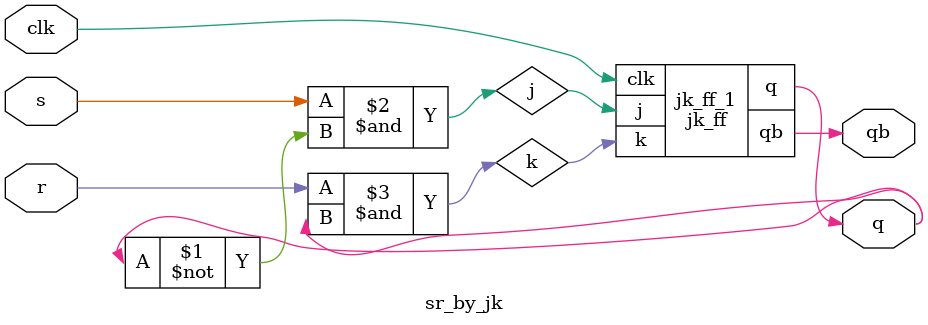
<source format=v>
`timescale 1ns / 1ps

module jk_ff(
    output reg q,
    output reg qb,
    input j,
    input k,
    input clk
);
    initial begin
        q = 0;
        qb = 1;
    end
    
    always @(posedge clk) begin
        if (j == 0 && k == 0) begin
            q <= q;
            qb <= ~qb;
        end
        else if (j == 0 && k == 1) begin
            q <= 0;
            qb <= 1;
        end
        else if (j == 1 && k == 0) begin
            q <= 1;
            qb <= 0;
        end
        else if (j == 1 && k == 1) begin
            q <= ~q;
            qb <= qb;
        end
    end
endmodule

module sr_by_jk(
    output q,
    output qb,
    input s,
    input r,
    input clk
);
    wire j, k;
    
    assign j = s & ~q;
    assign k = r & q;
    
    jk_ff jk_ff_1(q, qb, j, k, clk);
endmodule


</source>
